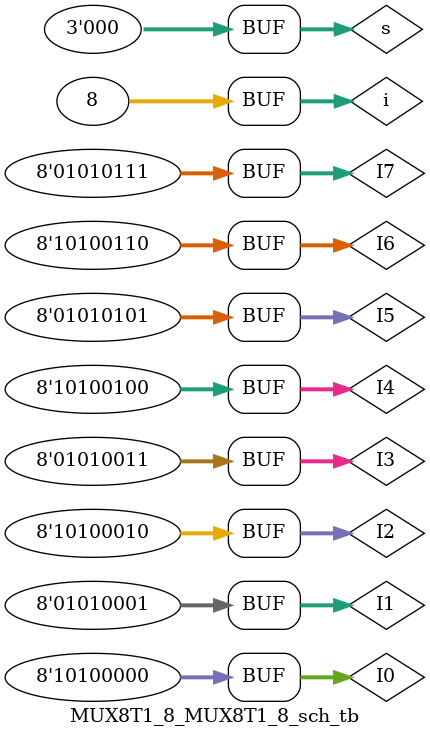
<source format=v>

`timescale 1ns / 1ps

module MUX8T1_8_MUX8T1_8_sch_tb();

// Inputs
   reg [7:0] I4;
   reg [7:0] I5;
   reg [7:0] I6;
   reg [7:0] I7;
   reg [7:0] I2;
   reg [7:0] I3;
   reg [7:0] I1;
   reg [7:0] I0;
   reg [2:0] s;

// Output
   wire [7:0] o;

// Bidirs

// Instantiate the UUT
   MUX8T1_8 UUT (
		.o(o), 
		.I4(I4), 
		.I5(I5), 
		.I6(I6), 
		.I7(I7), 
		.I2(I2), 
		.I3(I3), 
		.I1(I1), 
		.I0(I0), 
		.s(s)
   );
// Initialize Inputs

integer i = 0;
	initial begin
		I0 = 8'hA0;
		I1 = 8'h51;
		I2 = 8'hA2;
		I3 = 8'h53;
		I4 = 8'hA4;
		I5 = 8'h55;
		I6 = 8'hA6;
		I7 = 8'h57;
		s = 0;

		for(i=0; i<=7; i=i+1)begin
			#50; s = i+1;
			end			
			#50; s = 0;		
	end
endmodule

</source>
